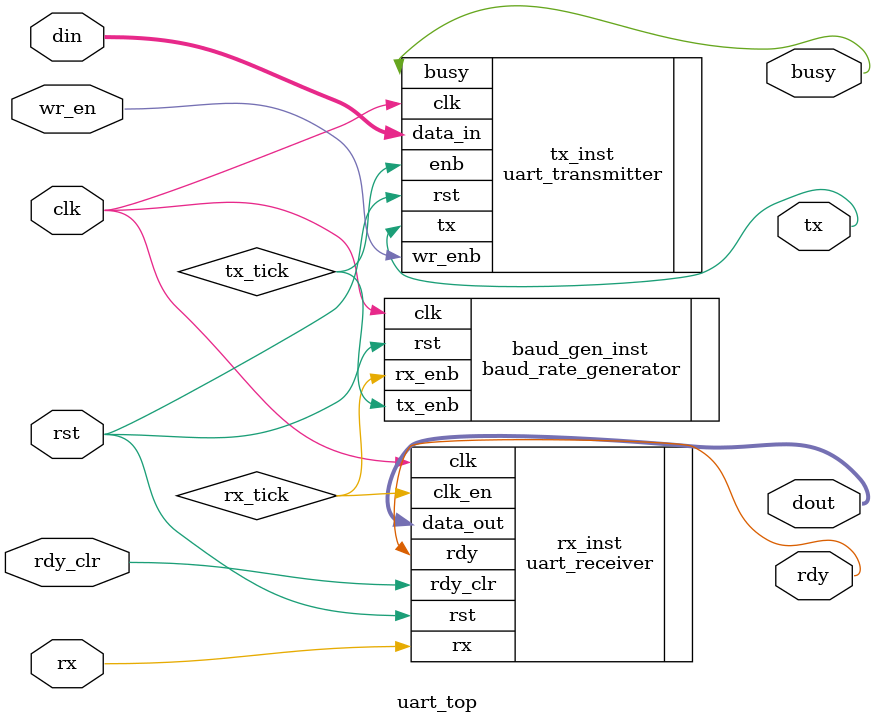
<source format=sv>
module uart_top (
    input  wire clk,
    input  wire rst,
    input  wire rx,          // External Serial Input
    input  wire wr_en,       // User button to send
    input  wire [7:0] din,   // User switches for data
    input  wire rdy_clr,     // User acknowledge
    output wire tx,          // External Serial Output
    output wire busy,        // LED 1
    output wire rdy,         // LED 2
    output wire [7:0] dout   // LEDs 3-10
);

    wire tx_tick;
    wire rx_tick;

    // 1. Baud Rate Generator
    // Matches your module: input clk, rst, output tx_enb, rx_enb
    baud_rate_generator baud_gen_inst (
        .clk(clk),
        .rst(rst),
        .tx_enb(tx_tick),
        .rx_enb(rx_tick)
    );

    // 2. UART Transmitter
    // Matches your module: clk, wr_enb, enb, rst, data_in, tx, busy
    uart_transmitter tx_inst (
        .clk(clk),
        .rst(rst),         // <--- This was missing before!
        .wr_enb(wr_en),
        .enb(tx_tick),
        .data_in(din),
        .tx(tx),
        .busy(busy)
    );

    // 3. UART Receiver
    // Matches your module: clk, rst, rx, rdy_clr, clk_en, rdy, data_out
    uart_receiver rx_inst (
        .clk(clk),
        .rst(rst),
        .rx(rx),
        .rdy_clr(rdy_clr),
        .clk_en(rx_tick),
        .rdy(rdy),
        .data_out(dout)
    );

endmodule

</source>
